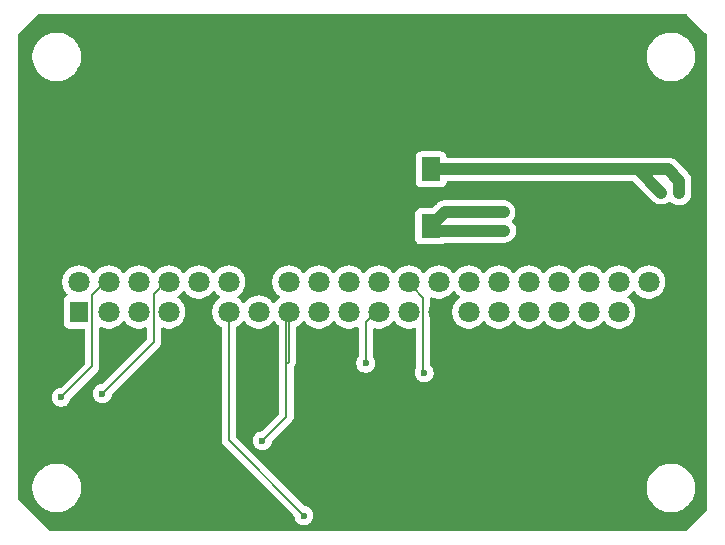
<source format=gbr>
%TF.GenerationSoftware,KiCad,Pcbnew,9.0.2*%
%TF.CreationDate,2025-09-10T19:31:46+05:30*%
%TF.ProjectId,ProDoc_Board1_2025-09-03,50726f44-6f63-45f4-926f-617264315f32,rev?*%
%TF.SameCoordinates,Original*%
%TF.FileFunction,Copper,L2,Bot*%
%TF.FilePolarity,Positive*%
%FSLAX46Y46*%
G04 Gerber Fmt 4.6, Leading zero omitted, Abs format (unit mm)*
G04 Created by KiCad (PCBNEW 9.0.2) date 2025-09-10 19:31:46*
%MOMM*%
%LPD*%
G01*
G04 APERTURE LIST*
%TA.AperFunction,ComponentPad*%
%ADD10R,1.575000X1.800000*%
%TD*%
%TA.AperFunction,ComponentPad*%
%ADD11C,1.800000*%
%TD*%
%TA.AperFunction,SMDPad,CuDef*%
%ADD12R,1.620000X2.046500*%
%TD*%
%TA.AperFunction,ViaPad*%
%ADD13C,0.600000*%
%TD*%
%TA.AperFunction,ViaPad*%
%ADD14C,1.000000*%
%TD*%
%TA.AperFunction,Conductor*%
%ADD15C,1.000000*%
%TD*%
%TA.AperFunction,Conductor*%
%ADD16C,0.200000*%
%TD*%
G04 APERTURE END LIST*
D10*
%TO.P,H1,1,1*%
%TO.N,Net-(CN2-Pad4)*%
X128110000Y-101310000D03*
D11*
%TO.P,H1,2,2*%
%TO.N,Net-(U4-OUT+)*%
X128110000Y-98770000D03*
%TO.P,H1,3,3*%
%TO.N,Net-(CN2-Pad3)*%
X130650000Y-101310000D03*
%TO.P,H1,4,4*%
%TO.N,Net-(J1-Pin_1)*%
X130650000Y-98770000D03*
%TO.P,H1,5,5*%
%TO.N,Net-(CN2-Pad2)*%
X133190000Y-101310000D03*
%TO.P,H1,6,6*%
%TO.N,unconnected-(H1-Pad6)*%
X133190000Y-98770000D03*
%TO.P,H1,7,7*%
%TO.N,unconnected-(H1-Pad7)*%
X135730000Y-101310000D03*
%TO.P,H1,8,8*%
%TO.N,Net-(J1-Pin_2)*%
X135730000Y-98770000D03*
%TO.P,H1,9,9*%
%TO.N,GND*%
X138270000Y-101310000D03*
%TO.P,H1,10,10*%
%TO.N,Net-(J1-Pin_3)*%
X138270000Y-98770000D03*
%TO.P,H1,11,11*%
%TO.N,Net-(CN8-Pad2)*%
X140810000Y-101310000D03*
%TO.P,H1,12,12*%
%TO.N,unconnected-(H1-Pad12)*%
X140810000Y-98770000D03*
%TO.P,H1,13,13*%
%TO.N,unconnected-(H1-Pad13)*%
X143350000Y-101310000D03*
%TO.P,H1,14,14*%
%TO.N,GND*%
X143350000Y-98770000D03*
%TO.P,H1,15,15*%
%TO.N,Net-(U3-DIO0)*%
X145890000Y-101310000D03*
%TO.P,H1,16,16*%
%TO.N,unconnected-(H1-Pad16)*%
X145890000Y-98770000D03*
%TO.P,H1,17,17*%
%TO.N,Net-(U3-3.3V)*%
X148430000Y-101310000D03*
%TO.P,H1,18,18*%
%TO.N,unconnected-(H1-Pad18)*%
X148430000Y-98770000D03*
%TO.P,H1,19,19*%
%TO.N,Net-(U3-MOSI)*%
X150970000Y-101310000D03*
%TO.P,H1,20,20*%
%TO.N,unconnected-(H1-Pad20)*%
X150970000Y-98770000D03*
%TO.P,H1,21,21*%
%TO.N,Net-(U3-MISO)*%
X153510000Y-101310000D03*
%TO.P,H1,22,22*%
%TO.N,unconnected-(H1-Pad22)*%
X153510000Y-98770000D03*
%TO.P,H1,23,23*%
%TO.N,Net-(U3-SCK)*%
X156050000Y-101310000D03*
%TO.P,H1,24,24*%
%TO.N,Net-(U3-NSS)*%
X156050000Y-98770000D03*
%TO.P,H1,25,25*%
%TO.N,GND*%
X158590000Y-101310000D03*
%TO.P,H1,26,26*%
%TO.N,unconnected-(H1-Pad26)*%
X158590000Y-98770000D03*
%TO.P,H1,27,27*%
%TO.N,unconnected-(H1-Pad27)*%
X161130000Y-101310000D03*
%TO.P,H1,28,28*%
%TO.N,unconnected-(H1-Pad28)*%
X161130000Y-98770000D03*
%TO.P,H1,29,29*%
%TO.N,unconnected-(H1-Pad29)*%
X163670000Y-101310000D03*
%TO.P,H1,30,30*%
%TO.N,unconnected-(H1-Pad30)*%
X163670000Y-98770000D03*
%TO.P,H1,31,31*%
%TO.N,Net-(CN7-Pad5)*%
X166210000Y-101310000D03*
%TO.P,H1,32,32*%
%TO.N,unconnected-(H1-Pad32)*%
X166210000Y-98770000D03*
%TO.P,H1,33,33*%
%TO.N,Net-(CN7-Pad4)*%
X168750000Y-101310000D03*
%TO.P,H1,34,34*%
%TO.N,unconnected-(H1-Pad34)*%
X168750000Y-98770000D03*
%TO.P,H1,35,35*%
%TO.N,Net-(CN7-Pad3)*%
X171290000Y-101310000D03*
%TO.P,H1,36,36*%
%TO.N,unconnected-(H1-Pad36)*%
X171290000Y-98770000D03*
%TO.P,H1,37,37*%
%TO.N,Net-(CN7-Pad2)*%
X173830000Y-101310000D03*
%TO.P,H1,38,38*%
%TO.N,unconnected-(H1-Pad38)*%
X173830000Y-98770000D03*
%TO.P,H1,39,39*%
%TO.N,GND*%
X176370000Y-101310000D03*
%TO.P,H1,40,40*%
%TO.N,unconnected-(H1-Pad40)*%
X176370000Y-98770000D03*
%TD*%
D12*
%TO.P,D2,2,A*%
%TO.N,Net-(D2-A)*%
X157929500Y-89246000D03*
%TO.P,D2,1,K*%
%TO.N,Net-(D2-K)*%
X157910500Y-94054000D03*
%TD*%
D13*
%TO.N,Net-(U3-MISO)*%
X152393000Y-105644000D03*
%TO.N,Net-(U3-DIO0)*%
X143660000Y-112208000D03*
%TO.N,Net-(U3-NSS)*%
X157347000Y-106442000D03*
D14*
%TO.N,Net-(D2-K)*%
X164130000Y-94430000D03*
X164080000Y-92870000D03*
D13*
%TO.N,Net-(J1-Pin_2)*%
X130112000Y-108215000D03*
D14*
%TO.N,Net-(D2-A)*%
X178950000Y-91270000D03*
X177440000Y-91200000D03*
D13*
%TO.N,Net-(CN8-Pad2)*%
X147165200Y-118541800D03*
%TO.N,Net-(J1-Pin_1)*%
X126610000Y-108540000D03*
%TO.N,GND*%
X130170000Y-105800000D03*
%TD*%
D15*
%TO.N,Net-(D2-K)*%
X159094000Y-92870000D02*
X157910000Y-94054000D01*
X157910000Y-94054000D02*
X158098000Y-94242000D01*
X164080000Y-92870000D02*
X159094000Y-92870000D01*
D16*
%TO.N,Net-(U3-NSS)*%
X157260000Y-106355000D02*
X157347000Y-106442000D01*
X157260000Y-100110000D02*
X157260000Y-106355000D01*
X156450500Y-99300500D02*
X157260000Y-100110000D01*
%TO.N,Net-(J1-Pin_2)*%
X135600000Y-98770000D02*
X135730000Y-98770000D01*
X134480000Y-99750000D02*
X135530000Y-98700000D01*
X134480000Y-103847000D02*
X134480000Y-99750000D01*
X130112000Y-108215000D02*
X134480000Y-103847000D01*
X135530000Y-98700000D02*
X135600000Y-98770000D01*
%TO.N,Net-(U3-MISO)*%
X152393000Y-105570000D02*
X152393000Y-105644000D01*
X152393000Y-102157000D02*
X152393000Y-105570000D01*
X153310000Y-101240000D02*
X152393000Y-102157000D01*
X153380000Y-101310000D02*
X153310000Y-101240000D01*
X153510000Y-101310000D02*
X153380000Y-101310000D01*
%TO.N,Net-(U3-DIO0)*%
X143650000Y-112198000D02*
X143660000Y-112208000D01*
X145890000Y-105509000D02*
X145890000Y-101310000D01*
X145690000Y-105709000D02*
X145890000Y-105509000D01*
X145690000Y-101240000D02*
X145690000Y-105709000D01*
X145690000Y-110178000D02*
X143660000Y-112208000D01*
X145690000Y-105709000D02*
X145690000Y-110178000D01*
%TO.N,Net-(U3-NSS)*%
X156050000Y-98900000D02*
X156050000Y-98770000D01*
X156450500Y-99300500D02*
X156050000Y-98900000D01*
X155850000Y-98700000D02*
X156450500Y-99300500D01*
D15*
%TO.N,Net-(D2-K)*%
X164130000Y-94430000D02*
X158286000Y-94430000D01*
D16*
X157910500Y-94054500D02*
X157910500Y-94054000D01*
X158098000Y-94242000D02*
X157910500Y-94054500D01*
D15*
X158286000Y-94430000D02*
X158098000Y-94242000D01*
%TO.N,Net-(D2-A)*%
X178016000Y-89246000D02*
X175486000Y-89246000D01*
X178950000Y-90180000D02*
X178016000Y-89246000D01*
X178950000Y-91270000D02*
X178950000Y-90180000D01*
X177440000Y-91200000D02*
X175486000Y-89246000D01*
X175486000Y-89246000D02*
X157930000Y-89246000D01*
D16*
X157929500Y-89246000D02*
X157930000Y-89246000D01*
%TO.N,Net-(CN8-Pad2)*%
X140810000Y-112186600D02*
X147165200Y-118541800D01*
X140810000Y-101310000D02*
X140810000Y-112186600D01*
%TO.N,Net-(J1-Pin_1)*%
X129249000Y-105901000D02*
X126610000Y-108540000D01*
X129249000Y-99901000D02*
X129249000Y-105901000D01*
X130450000Y-98700000D02*
X129249000Y-99901000D01*
X130520000Y-98770000D02*
X130450000Y-98700000D01*
X130650000Y-98770000D02*
X130520000Y-98770000D01*
%TD*%
%TA.AperFunction,Conductor*%
%TO.N,GND*%
G36*
X179605677Y-76109685D02*
G01*
X179626319Y-76126319D01*
X181170000Y-77670000D01*
X181183452Y-77675572D01*
X181237856Y-77719413D01*
X181259921Y-77785707D01*
X181260000Y-77790133D01*
X181260000Y-118098638D01*
X181240315Y-118165677D01*
X181223681Y-118186319D01*
X179606319Y-119803681D01*
X179544996Y-119837166D01*
X179518638Y-119840000D01*
X125661362Y-119840000D01*
X125594323Y-119820315D01*
X125573681Y-119803681D01*
X123036319Y-117266319D01*
X123002834Y-117204996D01*
X123000000Y-117178638D01*
X123000000Y-116065601D01*
X124189498Y-116065601D01*
X124189498Y-116334396D01*
X124224580Y-116600879D01*
X124224581Y-116600884D01*
X124224582Y-116600890D01*
X124224583Y-116600892D01*
X124294150Y-116860523D01*
X124397009Y-117108849D01*
X124397017Y-117108865D01*
X124452122Y-117204308D01*
X124531411Y-117341640D01*
X124531413Y-117341643D01*
X124531414Y-117341644D01*
X124695040Y-117554887D01*
X124695046Y-117554894D01*
X124885102Y-117744950D01*
X124885108Y-117744955D01*
X125098357Y-117908586D01*
X125247966Y-117994963D01*
X125331131Y-118042979D01*
X125331147Y-118042987D01*
X125465502Y-118098638D01*
X125579472Y-118145846D01*
X125839107Y-118215415D01*
X126027317Y-118240192D01*
X126105600Y-118250499D01*
X126105601Y-118250499D01*
X126374396Y-118250499D01*
X126434903Y-118242533D01*
X126640889Y-118215415D01*
X126900524Y-118145846D01*
X127087455Y-118068416D01*
X127148848Y-118042987D01*
X127148851Y-118042985D01*
X127148857Y-118042983D01*
X127381639Y-117908586D01*
X127594888Y-117744955D01*
X127784954Y-117554889D01*
X127948585Y-117341640D01*
X128082982Y-117108858D01*
X128185845Y-116860525D01*
X128255414Y-116600890D01*
X128290498Y-116334396D01*
X128290498Y-116065602D01*
X128255414Y-115799108D01*
X128185845Y-115539473D01*
X128123403Y-115388725D01*
X128082986Y-115291148D01*
X128082978Y-115291132D01*
X128027874Y-115195690D01*
X127948585Y-115058358D01*
X127784954Y-114845109D01*
X127784949Y-114845103D01*
X127594893Y-114655047D01*
X127594886Y-114655041D01*
X127381643Y-114491415D01*
X127381642Y-114491414D01*
X127381639Y-114491412D01*
X127288830Y-114437829D01*
X127148864Y-114357018D01*
X127148848Y-114357010D01*
X126900522Y-114254151D01*
X126770706Y-114219367D01*
X126640889Y-114184583D01*
X126640883Y-114184582D01*
X126640878Y-114184581D01*
X126374396Y-114149499D01*
X126374395Y-114149499D01*
X126105601Y-114149499D01*
X126105600Y-114149499D01*
X125839117Y-114184581D01*
X125839110Y-114184582D01*
X125839107Y-114184583D01*
X125784237Y-114199285D01*
X125579473Y-114254151D01*
X125331147Y-114357010D01*
X125331131Y-114357018D01*
X125098352Y-114491415D01*
X124885109Y-114655041D01*
X124885102Y-114655047D01*
X124695046Y-114845103D01*
X124695040Y-114845110D01*
X124531414Y-115058353D01*
X124397017Y-115291132D01*
X124397009Y-115291148D01*
X124294150Y-115539474D01*
X124224583Y-115799105D01*
X124224580Y-115799118D01*
X124189498Y-116065601D01*
X123000000Y-116065601D01*
X123000000Y-108461153D01*
X125809500Y-108461153D01*
X125809500Y-108618846D01*
X125840261Y-108773489D01*
X125840264Y-108773501D01*
X125900602Y-108919172D01*
X125900609Y-108919185D01*
X125988210Y-109050288D01*
X125988213Y-109050292D01*
X126099707Y-109161786D01*
X126099711Y-109161789D01*
X126230814Y-109249390D01*
X126230827Y-109249397D01*
X126376498Y-109309735D01*
X126376503Y-109309737D01*
X126531153Y-109340499D01*
X126531156Y-109340500D01*
X126531158Y-109340500D01*
X126688844Y-109340500D01*
X126688845Y-109340499D01*
X126843497Y-109309737D01*
X126989179Y-109249394D01*
X127120289Y-109161789D01*
X127231789Y-109050289D01*
X127319394Y-108919179D01*
X127379737Y-108773497D01*
X127399113Y-108676085D01*
X127410638Y-108618150D01*
X127443023Y-108556239D01*
X127444517Y-108554717D01*
X129729520Y-106269716D01*
X129808577Y-106132784D01*
X129849501Y-105980057D01*
X129849501Y-105821942D01*
X129849501Y-105814347D01*
X129849500Y-105814329D01*
X129849500Y-102676293D01*
X129869185Y-102609254D01*
X129921989Y-102563499D01*
X129991147Y-102553555D01*
X130029796Y-102565809D01*
X130112389Y-102607893D01*
X130112396Y-102607896D01*
X130202818Y-102637275D01*
X130322049Y-102676015D01*
X130539778Y-102710500D01*
X130539779Y-102710500D01*
X130760221Y-102710500D01*
X130760222Y-102710500D01*
X130977951Y-102676015D01*
X131187606Y-102607895D01*
X131384022Y-102507815D01*
X131562365Y-102378242D01*
X131718242Y-102222365D01*
X131728804Y-102207826D01*
X131819682Y-102082745D01*
X131875011Y-102040079D01*
X131944625Y-102034100D01*
X132006420Y-102066705D01*
X132020318Y-102082745D01*
X132121752Y-102222358D01*
X132121756Y-102222363D01*
X132277636Y-102378243D01*
X132277641Y-102378247D01*
X132414538Y-102477707D01*
X132455978Y-102507815D01*
X132584375Y-102573237D01*
X132652393Y-102607895D01*
X132652396Y-102607896D01*
X132742818Y-102637275D01*
X132862049Y-102676015D01*
X133079778Y-102710500D01*
X133079779Y-102710500D01*
X133300221Y-102710500D01*
X133300222Y-102710500D01*
X133517951Y-102676015D01*
X133717182Y-102611282D01*
X133787023Y-102609287D01*
X133846856Y-102645368D01*
X133877684Y-102708069D01*
X133879500Y-102729213D01*
X133879500Y-103546903D01*
X133859815Y-103613942D01*
X133843181Y-103634584D01*
X130097339Y-107380425D01*
X130036016Y-107413910D01*
X130033850Y-107414361D01*
X129878508Y-107445261D01*
X129878498Y-107445264D01*
X129732827Y-107505602D01*
X129732814Y-107505609D01*
X129601711Y-107593210D01*
X129601707Y-107593213D01*
X129490213Y-107704707D01*
X129490210Y-107704711D01*
X129402609Y-107835814D01*
X129402602Y-107835827D01*
X129342264Y-107981498D01*
X129342261Y-107981510D01*
X129311500Y-108136153D01*
X129311500Y-108293846D01*
X129342261Y-108448489D01*
X129342264Y-108448501D01*
X129402602Y-108594172D01*
X129402609Y-108594185D01*
X129490210Y-108725288D01*
X129490213Y-108725292D01*
X129601707Y-108836786D01*
X129601711Y-108836789D01*
X129732814Y-108924390D01*
X129732827Y-108924397D01*
X129878498Y-108984735D01*
X129878503Y-108984737D01*
X130033153Y-109015499D01*
X130033156Y-109015500D01*
X130033158Y-109015500D01*
X130190844Y-109015500D01*
X130190845Y-109015499D01*
X130345497Y-108984737D01*
X130491179Y-108924394D01*
X130622289Y-108836789D01*
X130733789Y-108725289D01*
X130821394Y-108594179D01*
X130881737Y-108448497D01*
X130909983Y-108306498D01*
X130912638Y-108293150D01*
X130945023Y-108231239D01*
X130946519Y-108229715D01*
X134848713Y-104327521D01*
X134848716Y-104327520D01*
X134960520Y-104215716D01*
X135010639Y-104128904D01*
X135039577Y-104078785D01*
X135080501Y-103926057D01*
X135080501Y-103767943D01*
X135080501Y-103760348D01*
X135080500Y-103760330D01*
X135080500Y-102742209D01*
X135100185Y-102675170D01*
X135152989Y-102629415D01*
X135222147Y-102619471D01*
X135242812Y-102624276D01*
X135402049Y-102676015D01*
X135619778Y-102710500D01*
X135619779Y-102710500D01*
X135840221Y-102710500D01*
X135840222Y-102710500D01*
X136057951Y-102676015D01*
X136267606Y-102607895D01*
X136464022Y-102507815D01*
X136642365Y-102378242D01*
X136798242Y-102222365D01*
X136927815Y-102044022D01*
X137027895Y-101847606D01*
X137096015Y-101637951D01*
X137130500Y-101420222D01*
X137130500Y-101199778D01*
X137096015Y-100982049D01*
X137027895Y-100772394D01*
X137027895Y-100772393D01*
X136993237Y-100704375D01*
X136927815Y-100575978D01*
X136899681Y-100537254D01*
X136798247Y-100397641D01*
X136798243Y-100397636D01*
X136642363Y-100241756D01*
X136642358Y-100241752D01*
X136502745Y-100140318D01*
X136460079Y-100084989D01*
X136454100Y-100015375D01*
X136486705Y-99953580D01*
X136502745Y-99939682D01*
X136642358Y-99838247D01*
X136642356Y-99838247D01*
X136642365Y-99838242D01*
X136798242Y-99682365D01*
X136808804Y-99667826D01*
X136899682Y-99542745D01*
X136955011Y-99500079D01*
X137024625Y-99494100D01*
X137086420Y-99526705D01*
X137100318Y-99542745D01*
X137201752Y-99682358D01*
X137201756Y-99682363D01*
X137357636Y-99838243D01*
X137357641Y-99838247D01*
X137455715Y-99909501D01*
X137535978Y-99967815D01*
X137629319Y-100015375D01*
X137732393Y-100067895D01*
X137732396Y-100067896D01*
X137798885Y-100089499D01*
X137942049Y-100136015D01*
X138159778Y-100170500D01*
X138159779Y-100170500D01*
X138380221Y-100170500D01*
X138380222Y-100170500D01*
X138597951Y-100136015D01*
X138807606Y-100067895D01*
X139004022Y-99967815D01*
X139182365Y-99838242D01*
X139338242Y-99682365D01*
X139348804Y-99667826D01*
X139439682Y-99542745D01*
X139495011Y-99500079D01*
X139564625Y-99494100D01*
X139626420Y-99526705D01*
X139640318Y-99542745D01*
X139741752Y-99682358D01*
X139741756Y-99682363D01*
X139897636Y-99838243D01*
X139897641Y-99838247D01*
X140037254Y-99939682D01*
X140079920Y-99995012D01*
X140085899Y-100064625D01*
X140053293Y-100126420D01*
X140037254Y-100140318D01*
X139897641Y-100241752D01*
X139897636Y-100241756D01*
X139741756Y-100397636D01*
X139741752Y-100397641D01*
X139612187Y-100575974D01*
X139512104Y-100772393D01*
X139512103Y-100772396D01*
X139443985Y-100982047D01*
X139409500Y-101199778D01*
X139409500Y-101420221D01*
X139443985Y-101637952D01*
X139512103Y-101847603D01*
X139512104Y-101847606D01*
X139580122Y-101981096D01*
X139607129Y-102034100D01*
X139612187Y-102044025D01*
X139741752Y-102222358D01*
X139741756Y-102222363D01*
X139897636Y-102378243D01*
X139897641Y-102378247D01*
X140075976Y-102507814D01*
X140141794Y-102541350D01*
X140192591Y-102589324D01*
X140209500Y-102651835D01*
X140209500Y-112099930D01*
X140209499Y-112099948D01*
X140209499Y-112265654D01*
X140209498Y-112265654D01*
X140215177Y-112286846D01*
X140250423Y-112418385D01*
X140250424Y-112418386D01*
X140263766Y-112441497D01*
X140263767Y-112441498D01*
X140329475Y-112555309D01*
X140329481Y-112555317D01*
X140448349Y-112674185D01*
X140448355Y-112674190D01*
X146330625Y-118556460D01*
X146364110Y-118617783D01*
X146364561Y-118619949D01*
X146395461Y-118775291D01*
X146395464Y-118775301D01*
X146455802Y-118920972D01*
X146455809Y-118920985D01*
X146543410Y-119052088D01*
X146543413Y-119052092D01*
X146654907Y-119163586D01*
X146654911Y-119163589D01*
X146786014Y-119251190D01*
X146786027Y-119251197D01*
X146847738Y-119276758D01*
X146931703Y-119311537D01*
X147086353Y-119342299D01*
X147086356Y-119342300D01*
X147086358Y-119342300D01*
X147244044Y-119342300D01*
X147244045Y-119342299D01*
X147398697Y-119311537D01*
X147544379Y-119251194D01*
X147675489Y-119163589D01*
X147786989Y-119052089D01*
X147874594Y-118920979D01*
X147934937Y-118775297D01*
X147965700Y-118620642D01*
X147965700Y-118462958D01*
X147965700Y-118462955D01*
X147965699Y-118462953D01*
X147934938Y-118308310D01*
X147934937Y-118308303D01*
X147910994Y-118250499D01*
X147874597Y-118162627D01*
X147874590Y-118162614D01*
X147786989Y-118031511D01*
X147786986Y-118031507D01*
X147675492Y-117920013D01*
X147675488Y-117920010D01*
X147544385Y-117832409D01*
X147544372Y-117832402D01*
X147398701Y-117772064D01*
X147398691Y-117772061D01*
X147243349Y-117741161D01*
X147181438Y-117708776D01*
X147179860Y-117707225D01*
X145538236Y-116065601D01*
X176189504Y-116065601D01*
X176189504Y-116334396D01*
X176224586Y-116600879D01*
X176224587Y-116600884D01*
X176224588Y-116600890D01*
X176224589Y-116600892D01*
X176294156Y-116860523D01*
X176397015Y-117108849D01*
X176397023Y-117108865D01*
X176452128Y-117204308D01*
X176531417Y-117341640D01*
X176531419Y-117341643D01*
X176531420Y-117341644D01*
X176695046Y-117554887D01*
X176695052Y-117554894D01*
X176885108Y-117744950D01*
X176885114Y-117744955D01*
X177098363Y-117908586D01*
X177247972Y-117994963D01*
X177331137Y-118042979D01*
X177331153Y-118042987D01*
X177465508Y-118098638D01*
X177579478Y-118145846D01*
X177839113Y-118215415D01*
X178027323Y-118240192D01*
X178105606Y-118250499D01*
X178105607Y-118250499D01*
X178374402Y-118250499D01*
X178434909Y-118242533D01*
X178640895Y-118215415D01*
X178900530Y-118145846D01*
X179087461Y-118068416D01*
X179148854Y-118042987D01*
X179148857Y-118042985D01*
X179148863Y-118042983D01*
X179381645Y-117908586D01*
X179594894Y-117744955D01*
X179784960Y-117554889D01*
X179948591Y-117341640D01*
X180082988Y-117108858D01*
X180185851Y-116860525D01*
X180255420Y-116600890D01*
X180290504Y-116334396D01*
X180290504Y-116065602D01*
X180255420Y-115799108D01*
X180185851Y-115539473D01*
X180123409Y-115388725D01*
X180082992Y-115291148D01*
X180082984Y-115291132D01*
X180027880Y-115195690D01*
X179948591Y-115058358D01*
X179784960Y-114845109D01*
X179784955Y-114845103D01*
X179594899Y-114655047D01*
X179594892Y-114655041D01*
X179381649Y-114491415D01*
X179381648Y-114491414D01*
X179381645Y-114491412D01*
X179288836Y-114437829D01*
X179148870Y-114357018D01*
X179148854Y-114357010D01*
X178900528Y-114254151D01*
X178770712Y-114219367D01*
X178640895Y-114184583D01*
X178640889Y-114184582D01*
X178640884Y-114184581D01*
X178374402Y-114149499D01*
X178374401Y-114149499D01*
X178105607Y-114149499D01*
X178105606Y-114149499D01*
X177839123Y-114184581D01*
X177839116Y-114184582D01*
X177839113Y-114184583D01*
X177784243Y-114199285D01*
X177579479Y-114254151D01*
X177331153Y-114357010D01*
X177331137Y-114357018D01*
X177098358Y-114491415D01*
X176885115Y-114655041D01*
X176885108Y-114655047D01*
X176695052Y-114845103D01*
X176695046Y-114845110D01*
X176531420Y-115058353D01*
X176397023Y-115291132D01*
X176397015Y-115291148D01*
X176294156Y-115539474D01*
X176224589Y-115799105D01*
X176224586Y-115799118D01*
X176189504Y-116065601D01*
X145538236Y-116065601D01*
X141446819Y-111974184D01*
X141413334Y-111912861D01*
X141410500Y-111886503D01*
X141410500Y-102651835D01*
X141430185Y-102584796D01*
X141478206Y-102541350D01*
X141514814Y-102522697D01*
X141544022Y-102507815D01*
X141722365Y-102378242D01*
X141878242Y-102222365D01*
X141888804Y-102207826D01*
X141979682Y-102082745D01*
X142035011Y-102040079D01*
X142104625Y-102034100D01*
X142166420Y-102066705D01*
X142180318Y-102082745D01*
X142281752Y-102222358D01*
X142281756Y-102222363D01*
X142437636Y-102378243D01*
X142437641Y-102378247D01*
X142574538Y-102477707D01*
X142615978Y-102507815D01*
X142744375Y-102573237D01*
X142812393Y-102607895D01*
X142812396Y-102607896D01*
X142902818Y-102637275D01*
X143022049Y-102676015D01*
X143239778Y-102710500D01*
X143239779Y-102710500D01*
X143460221Y-102710500D01*
X143460222Y-102710500D01*
X143677951Y-102676015D01*
X143887606Y-102607895D01*
X144084022Y-102507815D01*
X144262365Y-102378242D01*
X144418242Y-102222365D01*
X144428804Y-102207826D01*
X144519682Y-102082745D01*
X144575011Y-102040079D01*
X144644625Y-102034100D01*
X144706420Y-102066705D01*
X144720318Y-102082745D01*
X144821752Y-102222358D01*
X144821756Y-102222363D01*
X144977638Y-102378245D01*
X145038384Y-102422378D01*
X145081050Y-102477707D01*
X145089500Y-102522697D01*
X145089500Y-105629939D01*
X145089499Y-105629943D01*
X145089499Y-105788057D01*
X145089500Y-105788060D01*
X145089500Y-109877902D01*
X145069815Y-109944941D01*
X145053181Y-109965583D01*
X143645339Y-111373425D01*
X143584016Y-111406910D01*
X143581850Y-111407361D01*
X143426508Y-111438261D01*
X143426498Y-111438264D01*
X143280827Y-111498602D01*
X143280814Y-111498609D01*
X143149711Y-111586210D01*
X143149707Y-111586213D01*
X143038213Y-111697707D01*
X143038210Y-111697711D01*
X142950609Y-111828814D01*
X142950602Y-111828827D01*
X142890264Y-111974498D01*
X142890261Y-111974510D01*
X142859500Y-112129153D01*
X142859500Y-112286846D01*
X142890261Y-112441489D01*
X142890264Y-112441500D01*
X142950602Y-112587172D01*
X142950609Y-112587185D01*
X143038210Y-112718288D01*
X143038213Y-112718292D01*
X143149707Y-112829786D01*
X143149711Y-112829789D01*
X143280814Y-112917390D01*
X143280827Y-112917397D01*
X143426498Y-112977735D01*
X143426503Y-112977737D01*
X143581153Y-113008499D01*
X143581156Y-113008500D01*
X143581158Y-113008500D01*
X143738844Y-113008500D01*
X143738845Y-113008499D01*
X143893497Y-112977737D01*
X144039179Y-112917394D01*
X144170289Y-112829789D01*
X144281789Y-112718289D01*
X144369394Y-112587179D01*
X144429737Y-112441497D01*
X144449113Y-112344085D01*
X144460638Y-112286150D01*
X144493023Y-112224239D01*
X144494517Y-112222717D01*
X146170520Y-110546716D01*
X146249577Y-110409784D01*
X146290501Y-110257057D01*
X146290501Y-110098942D01*
X146290501Y-110091347D01*
X146290500Y-110091329D01*
X146290500Y-106009098D01*
X146310185Y-105942059D01*
X146326820Y-105921416D01*
X146370517Y-105877719D01*
X146370517Y-105877718D01*
X146370520Y-105877716D01*
X146370647Y-105877497D01*
X146422284Y-105788057D01*
X146449577Y-105740784D01*
X146490501Y-105588057D01*
X146490501Y-105429942D01*
X146490501Y-105422347D01*
X146490500Y-105422329D01*
X146490500Y-102651835D01*
X146510185Y-102584796D01*
X146558206Y-102541350D01*
X146594814Y-102522697D01*
X146624022Y-102507815D01*
X146802365Y-102378242D01*
X146958242Y-102222365D01*
X146968804Y-102207826D01*
X147059682Y-102082745D01*
X147115011Y-102040079D01*
X147184625Y-102034100D01*
X147246420Y-102066705D01*
X147260318Y-102082745D01*
X147361752Y-102222358D01*
X147361756Y-102222363D01*
X147517636Y-102378243D01*
X147517641Y-102378247D01*
X147654538Y-102477707D01*
X147695978Y-102507815D01*
X147824375Y-102573237D01*
X147892393Y-102607895D01*
X147892396Y-102607896D01*
X147982818Y-102637275D01*
X148102049Y-102676015D01*
X148319778Y-102710500D01*
X148319779Y-102710500D01*
X148540221Y-102710500D01*
X148540222Y-102710500D01*
X148757951Y-102676015D01*
X148967606Y-102607895D01*
X149164022Y-102507815D01*
X149342365Y-102378242D01*
X149498242Y-102222365D01*
X149508804Y-102207826D01*
X149599682Y-102082745D01*
X149655011Y-102040079D01*
X149724625Y-102034100D01*
X149786420Y-102066705D01*
X149800318Y-102082745D01*
X149901752Y-102222358D01*
X149901756Y-102222363D01*
X150057636Y-102378243D01*
X150057641Y-102378247D01*
X150194538Y-102477707D01*
X150235978Y-102507815D01*
X150364375Y-102573237D01*
X150432393Y-102607895D01*
X150432396Y-102607896D01*
X150522818Y-102637275D01*
X150642049Y-102676015D01*
X150859778Y-102710500D01*
X150859779Y-102710500D01*
X151080221Y-102710500D01*
X151080222Y-102710500D01*
X151297951Y-102676015D01*
X151507606Y-102607895D01*
X151612204Y-102554598D01*
X151680873Y-102541702D01*
X151745614Y-102567978D01*
X151785871Y-102625084D01*
X151792500Y-102665083D01*
X151792500Y-105064234D01*
X151772815Y-105131273D01*
X151771602Y-105133125D01*
X151683609Y-105264814D01*
X151683602Y-105264827D01*
X151623264Y-105410498D01*
X151623261Y-105410510D01*
X151592500Y-105565153D01*
X151592500Y-105722846D01*
X151623261Y-105877489D01*
X151623264Y-105877501D01*
X151683602Y-106023172D01*
X151683609Y-106023185D01*
X151771210Y-106154288D01*
X151771213Y-106154292D01*
X151882707Y-106265786D01*
X151882711Y-106265789D01*
X152013814Y-106353390D01*
X152013827Y-106353397D01*
X152159498Y-106413735D01*
X152159503Y-106413737D01*
X152314153Y-106444499D01*
X152314156Y-106444500D01*
X152314158Y-106444500D01*
X152471844Y-106444500D01*
X152471845Y-106444499D01*
X152626497Y-106413737D01*
X152739166Y-106367067D01*
X152772172Y-106353397D01*
X152772172Y-106353396D01*
X152772179Y-106353394D01*
X152903289Y-106265789D01*
X153014789Y-106154289D01*
X153102394Y-106023179D01*
X153108227Y-106009098D01*
X153120256Y-105980055D01*
X153162737Y-105877497D01*
X153193500Y-105722842D01*
X153193500Y-105565158D01*
X153193500Y-105565155D01*
X153193499Y-105565153D01*
X153162737Y-105410503D01*
X153162735Y-105410498D01*
X153102397Y-105264827D01*
X153102390Y-105264814D01*
X153014398Y-105133125D01*
X152993520Y-105066447D01*
X152993500Y-105064234D01*
X152993500Y-102785423D01*
X153013185Y-102718384D01*
X153065989Y-102672629D01*
X153135147Y-102662685D01*
X153155814Y-102667491D01*
X153182049Y-102676015D01*
X153399778Y-102710500D01*
X153399779Y-102710500D01*
X153620221Y-102710500D01*
X153620222Y-102710500D01*
X153837951Y-102676015D01*
X154047606Y-102607895D01*
X154244022Y-102507815D01*
X154422365Y-102378242D01*
X154578242Y-102222365D01*
X154588804Y-102207826D01*
X154679682Y-102082745D01*
X154735011Y-102040079D01*
X154804625Y-102034100D01*
X154866420Y-102066705D01*
X154880318Y-102082745D01*
X154981752Y-102222358D01*
X154981756Y-102222363D01*
X155137636Y-102378243D01*
X155137641Y-102378247D01*
X155274538Y-102477707D01*
X155315978Y-102507815D01*
X155444375Y-102573237D01*
X155512393Y-102607895D01*
X155512396Y-102607896D01*
X155602818Y-102637275D01*
X155722049Y-102676015D01*
X155939778Y-102710500D01*
X155939779Y-102710500D01*
X156160221Y-102710500D01*
X156160222Y-102710500D01*
X156377951Y-102676015D01*
X156497182Y-102637274D01*
X156567023Y-102635280D01*
X156626856Y-102671360D01*
X156657684Y-102734061D01*
X156659500Y-102755206D01*
X156659500Y-105992439D01*
X156640420Y-106057415D01*
X156640479Y-106057447D01*
X156640328Y-106057727D01*
X156639815Y-106059478D01*
X156638604Y-106061327D01*
X156637610Y-106062814D01*
X156637602Y-106062828D01*
X156577264Y-106208498D01*
X156577261Y-106208510D01*
X156546500Y-106363153D01*
X156546500Y-106520846D01*
X156577261Y-106675489D01*
X156577264Y-106675501D01*
X156637602Y-106821172D01*
X156637609Y-106821185D01*
X156725210Y-106952288D01*
X156725213Y-106952292D01*
X156836707Y-107063786D01*
X156836711Y-107063789D01*
X156967814Y-107151390D01*
X156967827Y-107151397D01*
X157113498Y-107211735D01*
X157113503Y-107211737D01*
X157268153Y-107242499D01*
X157268156Y-107242500D01*
X157268158Y-107242500D01*
X157425844Y-107242500D01*
X157425845Y-107242499D01*
X157580497Y-107211737D01*
X157726179Y-107151394D01*
X157857289Y-107063789D01*
X157968789Y-106952289D01*
X158056394Y-106821179D01*
X158116737Y-106675497D01*
X158147500Y-106520842D01*
X158147500Y-106363158D01*
X158147500Y-106363155D01*
X158147499Y-106363153D01*
X158128913Y-106269716D01*
X158116737Y-106208503D01*
X158085374Y-106132785D01*
X158056397Y-106062827D01*
X158056390Y-106062814D01*
X157968789Y-105931711D01*
X157968786Y-105931707D01*
X157896819Y-105859740D01*
X157863334Y-105798417D01*
X157860500Y-105772059D01*
X157860500Y-100199054D01*
X157860500Y-100189058D01*
X157860501Y-100189057D01*
X157860501Y-100172465D01*
X157877075Y-100116026D01*
X157880186Y-100105431D01*
X157880187Y-100105430D01*
X157880188Y-100105427D01*
X157914050Y-100076088D01*
X157932990Y-100059676D01*
X157932994Y-100059674D01*
X157964338Y-100055168D01*
X158002148Y-100049732D01*
X158002151Y-100049733D01*
X158002153Y-100049733D01*
X158002157Y-100049734D01*
X158040797Y-100061986D01*
X158052394Y-100067895D01*
X158052396Y-100067895D01*
X158052396Y-100067896D01*
X158118885Y-100089499D01*
X158262049Y-100136015D01*
X158479778Y-100170500D01*
X158479779Y-100170500D01*
X158700221Y-100170500D01*
X158700222Y-100170500D01*
X158917951Y-100136015D01*
X159127606Y-100067895D01*
X159324022Y-99967815D01*
X159502365Y-99838242D01*
X159658242Y-99682365D01*
X159668804Y-99667826D01*
X159759682Y-99542745D01*
X159815011Y-99500079D01*
X159884625Y-99494100D01*
X159946420Y-99526705D01*
X159960318Y-99542745D01*
X160061752Y-99682358D01*
X160061756Y-99682363D01*
X160217636Y-99838243D01*
X160217641Y-99838247D01*
X160357254Y-99939682D01*
X160399920Y-99995012D01*
X160405899Y-100064625D01*
X160373293Y-100126420D01*
X160357254Y-100140318D01*
X160217641Y-100241752D01*
X160217636Y-100241756D01*
X160061756Y-100397636D01*
X160061752Y-100397641D01*
X159932187Y-100575974D01*
X159832104Y-100772393D01*
X159832103Y-100772396D01*
X159763985Y-100982047D01*
X159729500Y-101199778D01*
X159729500Y-101420221D01*
X159763985Y-101637952D01*
X159832103Y-101847603D01*
X159832104Y-101847606D01*
X159900122Y-101981096D01*
X159927129Y-102034100D01*
X159932187Y-102044025D01*
X160061752Y-102222358D01*
X160061756Y-102222363D01*
X160217636Y-102378243D01*
X160217641Y-102378247D01*
X160354538Y-102477707D01*
X160395978Y-102507815D01*
X160524375Y-102573237D01*
X160592393Y-102607895D01*
X160592396Y-102607896D01*
X160682818Y-102637275D01*
X160802049Y-102676015D01*
X161019778Y-102710500D01*
X161019779Y-102710500D01*
X161240221Y-102710500D01*
X161240222Y-102710500D01*
X161457951Y-102676015D01*
X161667606Y-102607895D01*
X161864022Y-102507815D01*
X162042365Y-102378242D01*
X162198242Y-102222365D01*
X162208804Y-102207826D01*
X162299682Y-102082745D01*
X162355011Y-102040079D01*
X162424625Y-102034100D01*
X162486420Y-102066705D01*
X162500318Y-102082745D01*
X162601752Y-102222358D01*
X162601756Y-102222363D01*
X162757636Y-102378243D01*
X162757641Y-102378247D01*
X162894538Y-102477707D01*
X162935978Y-102507815D01*
X163064375Y-102573237D01*
X163132393Y-102607895D01*
X163132396Y-102607896D01*
X163222818Y-102637275D01*
X163342049Y-102676015D01*
X163559778Y-102710500D01*
X163559779Y-102710500D01*
X163780221Y-102710500D01*
X163780222Y-102710500D01*
X163997951Y-102676015D01*
X164207606Y-102607895D01*
X164404022Y-102507815D01*
X164582365Y-102378242D01*
X164738242Y-102222365D01*
X164748804Y-102207826D01*
X164839682Y-102082745D01*
X164895011Y-102040079D01*
X164964625Y-102034100D01*
X165026420Y-102066705D01*
X165040318Y-102082745D01*
X165141752Y-102222358D01*
X165141756Y-102222363D01*
X165297636Y-102378243D01*
X165297641Y-102378247D01*
X165434538Y-102477707D01*
X165475978Y-102507815D01*
X165604375Y-102573237D01*
X165672393Y-102607895D01*
X165672396Y-102607896D01*
X165762818Y-102637275D01*
X165882049Y-102676015D01*
X166099778Y-102710500D01*
X166099779Y-102710500D01*
X166320221Y-102710500D01*
X166320222Y-102710500D01*
X166537951Y-102676015D01*
X166747606Y-102607895D01*
X166944022Y-102507815D01*
X167122365Y-102378242D01*
X167278242Y-102222365D01*
X167288804Y-102207826D01*
X167379682Y-102082745D01*
X167435011Y-102040079D01*
X167504625Y-102034100D01*
X167566420Y-102066705D01*
X167580318Y-102082745D01*
X167681752Y-102222358D01*
X167681756Y-102222363D01*
X167837636Y-102378243D01*
X167837641Y-102378247D01*
X167974538Y-102477707D01*
X168015978Y-102507815D01*
X168144375Y-102573237D01*
X168212393Y-102607895D01*
X168212396Y-102607896D01*
X168302818Y-102637275D01*
X168422049Y-102676015D01*
X168639778Y-102710500D01*
X168639779Y-102710500D01*
X168860221Y-102710500D01*
X168860222Y-102710500D01*
X169077951Y-102676015D01*
X169287606Y-102607895D01*
X169484022Y-102507815D01*
X169662365Y-102378242D01*
X169818242Y-102222365D01*
X169828804Y-102207826D01*
X169919682Y-102082745D01*
X169975011Y-102040079D01*
X170044625Y-102034100D01*
X170106420Y-102066705D01*
X170120318Y-102082745D01*
X170221752Y-102222358D01*
X170221756Y-102222363D01*
X170377636Y-102378243D01*
X170377641Y-102378247D01*
X170514538Y-102477707D01*
X170555978Y-102507815D01*
X170684375Y-102573237D01*
X170752393Y-102607895D01*
X170752396Y-102607896D01*
X170842818Y-102637275D01*
X170962049Y-102676015D01*
X171179778Y-102710500D01*
X171179779Y-102710500D01*
X171400221Y-102710500D01*
X171400222Y-102710500D01*
X171617951Y-102676015D01*
X171827606Y-102607895D01*
X172024022Y-102507815D01*
X172202365Y-102378242D01*
X172358242Y-102222365D01*
X172368804Y-102207826D01*
X172459682Y-102082745D01*
X172515011Y-102040079D01*
X172584625Y-102034100D01*
X172646420Y-102066705D01*
X172660318Y-102082745D01*
X172761752Y-102222358D01*
X172761756Y-102222363D01*
X172917636Y-102378243D01*
X172917641Y-102378247D01*
X173054538Y-102477707D01*
X173095978Y-102507815D01*
X173224375Y-102573237D01*
X173292393Y-102607895D01*
X173292396Y-102607896D01*
X173382818Y-102637275D01*
X173502049Y-102676015D01*
X173719778Y-102710500D01*
X173719779Y-102710500D01*
X173940221Y-102710500D01*
X173940222Y-102710500D01*
X174157951Y-102676015D01*
X174367606Y-102607895D01*
X174564022Y-102507815D01*
X174742365Y-102378242D01*
X174898242Y-102222365D01*
X175027815Y-102044022D01*
X175127895Y-101847606D01*
X175196015Y-101637951D01*
X175230500Y-101420222D01*
X175230500Y-101199778D01*
X175196015Y-100982049D01*
X175127895Y-100772394D01*
X175127895Y-100772393D01*
X175093237Y-100704375D01*
X175027815Y-100575978D01*
X174999681Y-100537254D01*
X174898247Y-100397641D01*
X174898243Y-100397636D01*
X174742363Y-100241756D01*
X174742358Y-100241752D01*
X174602745Y-100140318D01*
X174560079Y-100084989D01*
X174554100Y-100015375D01*
X174586705Y-99953580D01*
X174602745Y-99939682D01*
X174742358Y-99838247D01*
X174742356Y-99838247D01*
X174742365Y-99838242D01*
X174898242Y-99682365D01*
X174908804Y-99667826D01*
X174999682Y-99542745D01*
X175055011Y-99500079D01*
X175124625Y-99494100D01*
X175186420Y-99526705D01*
X175200318Y-99542745D01*
X175301752Y-99682358D01*
X175301756Y-99682363D01*
X175457636Y-99838243D01*
X175457641Y-99838247D01*
X175555715Y-99909501D01*
X175635978Y-99967815D01*
X175729319Y-100015375D01*
X175832393Y-100067895D01*
X175832396Y-100067896D01*
X175898885Y-100089499D01*
X176042049Y-100136015D01*
X176259778Y-100170500D01*
X176259779Y-100170500D01*
X176480221Y-100170500D01*
X176480222Y-100170500D01*
X176697951Y-100136015D01*
X176907606Y-100067895D01*
X177104022Y-99967815D01*
X177282365Y-99838242D01*
X177438242Y-99682365D01*
X177567815Y-99504022D01*
X177667895Y-99307606D01*
X177736015Y-99097951D01*
X177770500Y-98880222D01*
X177770500Y-98659778D01*
X177736015Y-98442049D01*
X177667895Y-98232394D01*
X177667895Y-98232393D01*
X177633237Y-98164375D01*
X177567815Y-98035978D01*
X177539681Y-97997254D01*
X177438247Y-97857641D01*
X177438243Y-97857636D01*
X177282363Y-97701756D01*
X177282358Y-97701752D01*
X177104025Y-97572187D01*
X177104024Y-97572186D01*
X177104022Y-97572185D01*
X177041096Y-97540122D01*
X176907606Y-97472104D01*
X176907603Y-97472103D01*
X176697952Y-97403985D01*
X176589086Y-97386742D01*
X176480222Y-97369500D01*
X176259778Y-97369500D01*
X176187201Y-97380995D01*
X176042047Y-97403985D01*
X175832396Y-97472103D01*
X175832393Y-97472104D01*
X175635974Y-97572187D01*
X175457641Y-97701752D01*
X175457636Y-97701756D01*
X175301756Y-97857636D01*
X175301752Y-97857641D01*
X175200318Y-97997254D01*
X175144988Y-98039920D01*
X175075375Y-98045899D01*
X175013580Y-98013293D01*
X174999682Y-97997254D01*
X174898247Y-97857641D01*
X174898243Y-97857636D01*
X174742363Y-97701756D01*
X174742358Y-97701752D01*
X174564025Y-97572187D01*
X174564024Y-97572186D01*
X174564022Y-97572185D01*
X174501096Y-97540122D01*
X174367606Y-97472104D01*
X174367603Y-97472103D01*
X174157952Y-97403985D01*
X174049086Y-97386742D01*
X173940222Y-97369500D01*
X173719778Y-97369500D01*
X173647201Y-97380995D01*
X173502047Y-97403985D01*
X173292396Y-97472103D01*
X173292393Y-97472104D01*
X173095974Y-97572187D01*
X172917641Y-97701752D01*
X172917636Y-97701756D01*
X172761756Y-97857636D01*
X172761752Y-97857641D01*
X172660318Y-97997254D01*
X172604988Y-98039920D01*
X172535375Y-98045899D01*
X172473580Y-98013293D01*
X172459682Y-97997254D01*
X172358247Y-97857641D01*
X172358243Y-97857636D01*
X172202363Y-97701756D01*
X172202358Y-97701752D01*
X172024025Y-97572187D01*
X172024024Y-97572186D01*
X172024022Y-97572185D01*
X171961096Y-97540122D01*
X171827606Y-97472104D01*
X171827603Y-97472103D01*
X171617952Y-97403985D01*
X171509086Y-97386742D01*
X171400222Y-97369500D01*
X171179778Y-97369500D01*
X171107201Y-97380995D01*
X170962047Y-97403985D01*
X170752396Y-97472103D01*
X170752393Y-97472104D01*
X170555974Y-97572187D01*
X170377641Y-97701752D01*
X170377636Y-97701756D01*
X170221756Y-97857636D01*
X170221752Y-97857641D01*
X170120318Y-97997254D01*
X170064988Y-98039920D01*
X169995375Y-98045899D01*
X169933580Y-98013293D01*
X169919682Y-97997254D01*
X169818247Y-97857641D01*
X169818243Y-97857636D01*
X169662363Y-97701756D01*
X169662358Y-97701752D01*
X169484025Y-97572187D01*
X169484024Y-97572186D01*
X169484022Y-97572185D01*
X169421096Y-97540122D01*
X169287606Y-97472104D01*
X169287603Y-97472103D01*
X169077952Y-97403985D01*
X168969086Y-97386742D01*
X168860222Y-97369500D01*
X168639778Y-97369500D01*
X168567201Y-97380995D01*
X168422047Y-97403985D01*
X168212396Y-97472103D01*
X168212393Y-97472104D01*
X168015974Y-97572187D01*
X167837641Y-97701752D01*
X167837636Y-97701756D01*
X167681756Y-97857636D01*
X167681752Y-97857641D01*
X167580318Y-97997254D01*
X167524988Y-98039920D01*
X167455375Y-98045899D01*
X167393580Y-98013293D01*
X167379682Y-97997254D01*
X167278247Y-97857641D01*
X167278243Y-97857636D01*
X167122363Y-97701756D01*
X167122358Y-97701752D01*
X166944025Y-97572187D01*
X166944024Y-97572186D01*
X166944022Y-97572185D01*
X166881096Y-97540122D01*
X166747606Y-97472104D01*
X166747603Y-97472103D01*
X166537952Y-97403985D01*
X166429086Y-97386742D01*
X166320222Y-97369500D01*
X166099778Y-97369500D01*
X166027201Y-97380995D01*
X165882047Y-97403985D01*
X165672396Y-97472103D01*
X165672393Y-97472104D01*
X165475974Y-97572187D01*
X165297641Y-97701752D01*
X165297636Y-97701756D01*
X165141756Y-97857636D01*
X165141752Y-97857641D01*
X165040318Y-97997254D01*
X164984988Y-98039920D01*
X164915375Y-98045899D01*
X164853580Y-98013293D01*
X164839682Y-97997254D01*
X164738247Y-97857641D01*
X164738243Y-97857636D01*
X164582363Y-97701756D01*
X164582358Y-97701752D01*
X164404025Y-97572187D01*
X164404024Y-97572186D01*
X164404022Y-97572185D01*
X164341096Y-97540122D01*
X164207606Y-97472104D01*
X164207603Y-97472103D01*
X163997952Y-97403985D01*
X163889086Y-97386742D01*
X163780222Y-97369500D01*
X163559778Y-97369500D01*
X163487201Y-97380995D01*
X163342047Y-97403985D01*
X163132396Y-97472103D01*
X163132393Y-97472104D01*
X162935974Y-97572187D01*
X162757641Y-97701752D01*
X162757636Y-97701756D01*
X162601756Y-97857636D01*
X162601752Y-97857641D01*
X162500318Y-97997254D01*
X162444988Y-98039920D01*
X162375375Y-98045899D01*
X162313580Y-98013293D01*
X162299682Y-97997254D01*
X162198247Y-97857641D01*
X162198243Y-97857636D01*
X162042363Y-97701756D01*
X162042358Y-97701752D01*
X161864025Y-97572187D01*
X161864024Y-97572186D01*
X161864022Y-97572185D01*
X161801096Y-97540122D01*
X161667606Y-97472104D01*
X161667603Y-97472103D01*
X161457952Y-97403985D01*
X161349086Y-97386742D01*
X161240222Y-97369500D01*
X161019778Y-97369500D01*
X160947201Y-97380995D01*
X160802047Y-97403985D01*
X160592396Y-97472103D01*
X160592393Y-97472104D01*
X160395974Y-97572187D01*
X160217641Y-97701752D01*
X160217636Y-97701756D01*
X160061756Y-97857636D01*
X160061752Y-97857641D01*
X159960318Y-97997254D01*
X159904988Y-98039920D01*
X159835375Y-98045899D01*
X159773580Y-98013293D01*
X159759682Y-97997254D01*
X159658247Y-97857641D01*
X159658243Y-97857636D01*
X159502363Y-97701756D01*
X159502358Y-97701752D01*
X159324025Y-97572187D01*
X159324024Y-97572186D01*
X159324022Y-97572185D01*
X159261096Y-97540122D01*
X159127606Y-97472104D01*
X159127603Y-97472103D01*
X158917952Y-97403985D01*
X158809086Y-97386742D01*
X158700222Y-97369500D01*
X158479778Y-97369500D01*
X158407201Y-97380995D01*
X158262047Y-97403985D01*
X158052396Y-97472103D01*
X158052393Y-97472104D01*
X157855974Y-97572187D01*
X157677641Y-97701752D01*
X157677636Y-97701756D01*
X157521756Y-97857636D01*
X157521752Y-97857641D01*
X157420318Y-97997254D01*
X157364988Y-98039920D01*
X157295375Y-98045899D01*
X157233580Y-98013293D01*
X157219682Y-97997254D01*
X157118247Y-97857641D01*
X157118243Y-97857636D01*
X156962363Y-97701756D01*
X156962358Y-97701752D01*
X156784025Y-97572187D01*
X156784024Y-97572186D01*
X156784022Y-97572185D01*
X156721096Y-97540122D01*
X156587606Y-97472104D01*
X156587603Y-97472103D01*
X156377952Y-97403985D01*
X156269086Y-97386742D01*
X156160222Y-97369500D01*
X155939778Y-97369500D01*
X155867201Y-97380995D01*
X155722047Y-97403985D01*
X155512396Y-97472103D01*
X155512393Y-97472104D01*
X155315974Y-97572187D01*
X155137641Y-97701752D01*
X155137636Y-97701756D01*
X154981756Y-97857636D01*
X154981752Y-97857641D01*
X154880318Y-97997254D01*
X154824988Y-98039920D01*
X154755375Y-98045899D01*
X154693580Y-98013293D01*
X154679682Y-97997254D01*
X154578247Y-97857641D01*
X154578243Y-97857636D01*
X154422363Y-97701756D01*
X154422358Y-97701752D01*
X154244025Y-97572187D01*
X154244024Y-97572186D01*
X154244022Y-97572185D01*
X154181096Y-97540122D01*
X154047606Y-97472104D01*
X154047603Y-97472103D01*
X153837952Y-97403985D01*
X153729086Y-97386742D01*
X153620222Y-97369500D01*
X153399778Y-97369500D01*
X153327201Y-97380995D01*
X153182047Y-97403985D01*
X152972396Y-97472103D01*
X152972393Y-97472104D01*
X152775974Y-97572187D01*
X152597641Y-97701752D01*
X152597636Y-97701756D01*
X152441756Y-97857636D01*
X152441752Y-97857641D01*
X152340318Y-97997254D01*
X152284988Y-98039920D01*
X152215375Y-98045899D01*
X152153580Y-98013293D01*
X152139682Y-97997254D01*
X152038247Y-97857641D01*
X152038243Y-97857636D01*
X151882363Y-97701756D01*
X151882358Y-97701752D01*
X151704025Y-97572187D01*
X151704024Y-97572186D01*
X151704022Y-97572185D01*
X151641096Y-97540122D01*
X151507606Y-97472104D01*
X151507603Y-97472103D01*
X151297952Y-97403985D01*
X151189086Y-97386742D01*
X151080222Y-97369500D01*
X150859778Y-97369500D01*
X150787201Y-97380995D01*
X150642047Y-97403985D01*
X150432396Y-97472103D01*
X150432393Y-97472104D01*
X150235974Y-97572187D01*
X150057641Y-97701752D01*
X150057636Y-97701756D01*
X149901756Y-97857636D01*
X149901752Y-97857641D01*
X149800318Y-97997254D01*
X149744988Y-98039920D01*
X149675375Y-98045899D01*
X149613580Y-98013293D01*
X149599682Y-97997254D01*
X149498247Y-97857641D01*
X149498243Y-97857636D01*
X149342363Y-97701756D01*
X149342358Y-97701752D01*
X149164025Y-97572187D01*
X149164024Y-97572186D01*
X149164022Y-97572185D01*
X149101096Y-97540122D01*
X148967606Y-97472104D01*
X148967603Y-97472103D01*
X148757952Y-97403985D01*
X148649086Y-97386742D01*
X148540222Y-97369500D01*
X148319778Y-97369500D01*
X148247201Y-97380995D01*
X148102047Y-97403985D01*
X147892396Y-97472103D01*
X147892393Y-97472104D01*
X147695974Y-97572187D01*
X147517641Y-97701752D01*
X147517636Y-97701756D01*
X147361756Y-97857636D01*
X147361752Y-97857641D01*
X147260318Y-97997254D01*
X147204988Y-98039920D01*
X147135375Y-98045899D01*
X147073580Y-98013293D01*
X147059682Y-97997254D01*
X146958247Y-97857641D01*
X146958243Y-97857636D01*
X146802363Y-97701756D01*
X146802358Y-97701752D01*
X146624025Y-97572187D01*
X146624024Y-97572186D01*
X146624022Y-97572185D01*
X146561096Y-97540122D01*
X146427606Y-97472104D01*
X146427603Y-97472103D01*
X146217952Y-97403985D01*
X146109086Y-97386742D01*
X146000222Y-97369500D01*
X145779778Y-97369500D01*
X145707201Y-97380995D01*
X145562047Y-97403985D01*
X145352396Y-97472103D01*
X145352393Y-97472104D01*
X145155974Y-97572187D01*
X144977641Y-97701752D01*
X144977636Y-97701756D01*
X144821756Y-97857636D01*
X144821752Y-97857641D01*
X144692187Y-98035974D01*
X144592104Y-98232393D01*
X144592103Y-98232396D01*
X144523985Y-98442047D01*
X144489500Y-98659778D01*
X144489500Y-98880221D01*
X144523985Y-99097952D01*
X144592103Y-99307603D01*
X144592104Y-99307606D01*
X144660122Y-99441096D01*
X144687129Y-99494100D01*
X144692187Y-99504025D01*
X144821752Y-99682358D01*
X144821756Y-99682363D01*
X144977636Y-99838243D01*
X144977641Y-99838247D01*
X145117254Y-99939682D01*
X145159920Y-99995012D01*
X145165899Y-100064625D01*
X145133293Y-100126420D01*
X145117254Y-100140318D01*
X144977641Y-100241752D01*
X144977636Y-100241756D01*
X144821756Y-100397636D01*
X144821752Y-100397641D01*
X144720318Y-100537254D01*
X144664988Y-100579920D01*
X144595375Y-100585899D01*
X144533580Y-100553293D01*
X144519682Y-100537254D01*
X144418247Y-100397641D01*
X144418243Y-100397636D01*
X144262363Y-100241756D01*
X144262358Y-100241752D01*
X144084025Y-100112187D01*
X144084024Y-100112186D01*
X144084022Y-100112185D01*
X144021096Y-100080122D01*
X143887606Y-100012104D01*
X143887603Y-100012103D01*
X143677952Y-99943985D01*
X143569086Y-99926742D01*
X143460222Y-99909500D01*
X143239778Y-99909500D01*
X143167201Y-99920995D01*
X143022047Y-99943985D01*
X142812396Y-100012103D01*
X142812393Y-100012104D01*
X142615974Y-100112187D01*
X142437641Y-100241752D01*
X142437636Y-100241756D01*
X142281756Y-100397636D01*
X142281752Y-100397641D01*
X142180318Y-100537254D01*
X142124988Y-100579920D01*
X142055375Y-100585899D01*
X141993580Y-100553293D01*
X141979682Y-100537254D01*
X141878247Y-100397641D01*
X141878243Y-100397636D01*
X141722363Y-100241756D01*
X141722358Y-100241752D01*
X141582745Y-100140318D01*
X141540079Y-100084989D01*
X141534100Y-100015375D01*
X141566705Y-99953580D01*
X141582745Y-99939682D01*
X141722358Y-99838247D01*
X141722356Y-99838247D01*
X141722365Y-99838242D01*
X141878242Y-99682365D01*
X142007815Y-99504022D01*
X142107895Y-99307606D01*
X142176015Y-99097951D01*
X142210500Y-98880222D01*
X142210500Y-98659778D01*
X142176015Y-98442049D01*
X142107895Y-98232394D01*
X142107895Y-98232393D01*
X142073237Y-98164375D01*
X142007815Y-98035978D01*
X141979681Y-97997254D01*
X141878247Y-97857641D01*
X141878243Y-97857636D01*
X141722363Y-97701756D01*
X141722358Y-97701752D01*
X141544025Y-97572187D01*
X141544024Y-97572186D01*
X141544022Y-97572185D01*
X141481096Y-97540122D01*
X141347606Y-97472104D01*
X141347603Y-97472103D01*
X141137952Y-97403985D01*
X141029086Y-97386742D01*
X140920222Y-97369500D01*
X140699778Y-97369500D01*
X140627201Y-97380995D01*
X140482047Y-97403985D01*
X140272396Y-97472103D01*
X140272393Y-97472104D01*
X140075974Y-97572187D01*
X139897641Y-97701752D01*
X139897636Y-97701756D01*
X139741756Y-97857636D01*
X139741752Y-97857641D01*
X139640318Y-97997254D01*
X139584988Y-98039920D01*
X139515375Y-98045899D01*
X139453580Y-98013293D01*
X139439682Y-97997254D01*
X139338247Y-97857641D01*
X139338243Y-97857636D01*
X139182363Y-97701756D01*
X139182358Y-97701752D01*
X139004025Y-97572187D01*
X139004024Y-97572186D01*
X139004022Y-97572185D01*
X138941096Y-97540122D01*
X138807606Y-97472104D01*
X138807603Y-97472103D01*
X138597952Y-97403985D01*
X138489086Y-97386742D01*
X138380222Y-97369500D01*
X138159778Y-97369500D01*
X138087201Y-97380995D01*
X137942047Y-97403985D01*
X137732396Y-97472103D01*
X137732393Y-97472104D01*
X137535974Y-97572187D01*
X137357641Y-97701752D01*
X137357636Y-97701756D01*
X137201756Y-97857636D01*
X137201752Y-97857641D01*
X137100318Y-97997254D01*
X137044988Y-98039920D01*
X136975375Y-98045899D01*
X136913580Y-98013293D01*
X136899682Y-97997254D01*
X136798247Y-97857641D01*
X136798243Y-97857636D01*
X136642363Y-97701756D01*
X136642358Y-97701752D01*
X136464025Y-97572187D01*
X136464024Y-97572186D01*
X136464022Y-97572185D01*
X136401096Y-97540122D01*
X136267606Y-97472104D01*
X136267603Y-97472103D01*
X136057952Y-97403985D01*
X135949086Y-97386742D01*
X135840222Y-97369500D01*
X135619778Y-97369500D01*
X135547201Y-97380995D01*
X135402047Y-97403985D01*
X135192396Y-97472103D01*
X135192393Y-97472104D01*
X134995974Y-97572187D01*
X134817641Y-97701752D01*
X134817636Y-97701756D01*
X134661756Y-97857636D01*
X134661752Y-97857641D01*
X134560318Y-97997254D01*
X134504988Y-98039920D01*
X134435375Y-98045899D01*
X134373580Y-98013293D01*
X134359682Y-97997254D01*
X134258247Y-97857641D01*
X134258243Y-97857636D01*
X134102363Y-97701756D01*
X134102358Y-97701752D01*
X133924025Y-97572187D01*
X133924024Y-97572186D01*
X133924022Y-97572185D01*
X133861096Y-97540122D01*
X133727606Y-97472104D01*
X133727603Y-97472103D01*
X133517952Y-97403985D01*
X133409086Y-97386742D01*
X133300222Y-97369500D01*
X133079778Y-97369500D01*
X133007201Y-97380995D01*
X132862047Y-97403985D01*
X132652396Y-97472103D01*
X132652393Y-97472104D01*
X132455974Y-97572187D01*
X132277641Y-97701752D01*
X132277636Y-97701756D01*
X132121756Y-97857636D01*
X132121752Y-97857641D01*
X132020318Y-97997254D01*
X131964988Y-98039920D01*
X131895375Y-98045899D01*
X131833580Y-98013293D01*
X131819682Y-97997254D01*
X131718247Y-97857641D01*
X131718243Y-97857636D01*
X131562363Y-97701756D01*
X131562358Y-97701752D01*
X131384025Y-97572187D01*
X131384024Y-97572186D01*
X131384022Y-97572185D01*
X131321096Y-97540122D01*
X131187606Y-97472104D01*
X131187603Y-97472103D01*
X130977952Y-97403985D01*
X130869086Y-97386742D01*
X130760222Y-97369500D01*
X130539778Y-97369500D01*
X130467201Y-97380995D01*
X130322047Y-97403985D01*
X130112396Y-97472103D01*
X130112393Y-97472104D01*
X129915974Y-97572187D01*
X129737641Y-97701752D01*
X129737636Y-97701756D01*
X129581756Y-97857636D01*
X129581752Y-97857641D01*
X129480318Y-97997254D01*
X129424988Y-98039920D01*
X129355375Y-98045899D01*
X129293580Y-98013293D01*
X129279682Y-97997254D01*
X129178247Y-97857641D01*
X129178243Y-97857636D01*
X129022363Y-97701756D01*
X129022358Y-97701752D01*
X128844025Y-97572187D01*
X128844024Y-97572186D01*
X128844022Y-97572185D01*
X128781096Y-97540122D01*
X128647606Y-97472104D01*
X128647603Y-97472103D01*
X128437952Y-97403985D01*
X128329086Y-97386742D01*
X128220222Y-97369500D01*
X127999778Y-97369500D01*
X127927201Y-97380995D01*
X127782047Y-97403985D01*
X127572396Y-97472103D01*
X127572393Y-97472104D01*
X127375974Y-97572187D01*
X127197641Y-97701752D01*
X127197636Y-97701756D01*
X127041756Y-97857636D01*
X127041752Y-97857641D01*
X126912187Y-98035974D01*
X126812104Y-98232393D01*
X126812103Y-98232396D01*
X126743985Y-98442047D01*
X126709500Y-98659778D01*
X126709500Y-98880221D01*
X126743985Y-99097952D01*
X126812103Y-99307603D01*
X126812104Y-99307606D01*
X126880122Y-99441096D01*
X126907129Y-99494100D01*
X126912187Y-99504025D01*
X127041752Y-99682358D01*
X127041756Y-99682363D01*
X127122489Y-99763096D01*
X127155974Y-99824419D01*
X127150990Y-99894111D01*
X127109118Y-99950044D01*
X127087806Y-99961682D01*
X127087954Y-99961953D01*
X127080164Y-99966206D01*
X126964955Y-100052452D01*
X126964952Y-100052455D01*
X126878706Y-100167664D01*
X126878702Y-100167671D01*
X126828408Y-100302517D01*
X126822001Y-100362116D01*
X126822000Y-100362135D01*
X126822000Y-102257870D01*
X126822001Y-102257876D01*
X126828408Y-102317483D01*
X126878702Y-102452328D01*
X126878706Y-102452335D01*
X126964952Y-102567544D01*
X126964955Y-102567547D01*
X127080164Y-102653793D01*
X127080171Y-102653797D01*
X127215017Y-102704091D01*
X127215016Y-102704091D01*
X127221944Y-102704835D01*
X127274627Y-102710500D01*
X128524500Y-102710499D01*
X128591539Y-102730184D01*
X128637294Y-102782987D01*
X128648500Y-102834499D01*
X128648500Y-105600902D01*
X128628815Y-105667941D01*
X128612181Y-105688583D01*
X126595339Y-107705425D01*
X126534016Y-107738910D01*
X126531850Y-107739361D01*
X126376508Y-107770261D01*
X126376498Y-107770264D01*
X126230827Y-107830602D01*
X126230814Y-107830609D01*
X126099711Y-107918210D01*
X126099707Y-107918213D01*
X125988213Y-108029707D01*
X125988210Y-108029711D01*
X125900609Y-108160814D01*
X125900602Y-108160827D01*
X125840264Y-108306498D01*
X125840261Y-108306510D01*
X125809500Y-108461153D01*
X123000000Y-108461153D01*
X123000000Y-92982885D01*
X156600000Y-92982885D01*
X156600000Y-95125120D01*
X156600001Y-95125126D01*
X156606408Y-95184733D01*
X156656702Y-95319578D01*
X156656706Y-95319585D01*
X156742952Y-95434794D01*
X156742955Y-95434797D01*
X156858164Y-95521043D01*
X156858171Y-95521047D01*
X156993017Y-95571341D01*
X156993016Y-95571341D01*
X156999944Y-95572085D01*
X157052627Y-95577750D01*
X158768372Y-95577749D01*
X158827983Y-95571341D01*
X158962831Y-95521046D01*
X158963893Y-95520250D01*
X159050745Y-95455234D01*
X159116209Y-95430816D01*
X159125056Y-95430500D01*
X164228543Y-95430500D01*
X164358582Y-95404632D01*
X164421835Y-95392051D01*
X164596785Y-95319585D01*
X164603907Y-95316635D01*
X164603907Y-95316634D01*
X164603914Y-95316632D01*
X164767782Y-95207139D01*
X164907139Y-95067782D01*
X165016632Y-94903914D01*
X165092051Y-94721835D01*
X165130500Y-94528541D01*
X165130500Y-94331459D01*
X165130500Y-94331456D01*
X165092052Y-94138170D01*
X165092051Y-94138169D01*
X165092051Y-94138165D01*
X165092049Y-94138160D01*
X165016635Y-93956092D01*
X165016628Y-93956079D01*
X164907140Y-93792219D01*
X164907139Y-93792218D01*
X164827600Y-93712679D01*
X164794117Y-93651359D01*
X164799101Y-93581667D01*
X164827601Y-93537319D01*
X164857139Y-93507782D01*
X164966632Y-93343914D01*
X165042051Y-93161835D01*
X165077647Y-92982885D01*
X165080500Y-92968543D01*
X165080500Y-92771456D01*
X165042052Y-92578170D01*
X165042051Y-92578169D01*
X165042051Y-92578165D01*
X165024859Y-92536659D01*
X164966635Y-92396092D01*
X164966628Y-92396079D01*
X164857139Y-92232218D01*
X164857136Y-92232214D01*
X164717785Y-92092863D01*
X164717781Y-92092860D01*
X164553920Y-91983371D01*
X164553907Y-91983364D01*
X164371839Y-91907950D01*
X164371829Y-91907947D01*
X164178543Y-91869500D01*
X164178541Y-91869500D01*
X158995459Y-91869500D01*
X158995455Y-91869500D01*
X158898812Y-91888724D01*
X158802167Y-91907947D01*
X158802161Y-91907949D01*
X158748834Y-91930037D01*
X158748834Y-91930038D01*
X158707873Y-91947005D01*
X158620089Y-91983366D01*
X158620079Y-91983371D01*
X158456219Y-92092859D01*
X158409118Y-92139961D01*
X158316861Y-92232218D01*
X158316858Y-92232221D01*
X158055147Y-92493931D01*
X157993824Y-92527416D01*
X157967466Y-92530250D01*
X157052629Y-92530250D01*
X157052623Y-92530251D01*
X156993016Y-92536658D01*
X156858171Y-92586952D01*
X156858164Y-92586956D01*
X156742955Y-92673202D01*
X156742952Y-92673205D01*
X156656706Y-92788414D01*
X156656702Y-92788421D01*
X156606408Y-92923267D01*
X156600001Y-92982866D01*
X156600000Y-92982885D01*
X123000000Y-92982885D01*
X123000000Y-88174885D01*
X156619000Y-88174885D01*
X156619000Y-90317120D01*
X156619001Y-90317126D01*
X156625408Y-90376733D01*
X156675702Y-90511578D01*
X156675706Y-90511585D01*
X156761952Y-90626794D01*
X156761955Y-90626797D01*
X156877164Y-90713043D01*
X156877171Y-90713047D01*
X157012017Y-90763341D01*
X157012016Y-90763341D01*
X157018944Y-90764085D01*
X157071627Y-90769750D01*
X158787372Y-90769749D01*
X158846983Y-90763341D01*
X158981831Y-90713046D01*
X159097046Y-90626796D01*
X159183296Y-90511581D01*
X159233591Y-90376733D01*
X159235686Y-90357243D01*
X159262422Y-90292695D01*
X159319814Y-90252846D01*
X159358975Y-90246500D01*
X175020218Y-90246500D01*
X175087257Y-90266185D01*
X175107898Y-90282818D01*
X176662860Y-91837781D01*
X176662861Y-91837782D01*
X176732860Y-91907781D01*
X176802219Y-91977140D01*
X176966079Y-92086628D01*
X176966092Y-92086635D01*
X177094833Y-92139961D01*
X177135072Y-92156628D01*
X177148164Y-92162051D01*
X177244812Y-92181275D01*
X177293135Y-92190887D01*
X177341458Y-92200500D01*
X177341459Y-92200500D01*
X177538543Y-92200500D01*
X177668582Y-92174632D01*
X177731835Y-92162051D01*
X177913914Y-92086632D01*
X178077782Y-91977139D01*
X178077788Y-91977132D01*
X178081207Y-91974327D01*
X178145513Y-91947005D01*
X178214382Y-91958786D01*
X178247566Y-91982488D01*
X178312214Y-92047136D01*
X178312218Y-92047139D01*
X178476079Y-92156628D01*
X178476092Y-92156635D01*
X178658160Y-92232049D01*
X178658165Y-92232051D01*
X178658169Y-92232051D01*
X178658170Y-92232052D01*
X178851456Y-92270500D01*
X178851459Y-92270500D01*
X179048543Y-92270500D01*
X179178582Y-92244632D01*
X179241835Y-92232051D01*
X179423914Y-92156632D01*
X179587782Y-92047139D01*
X179727139Y-91907782D01*
X179836632Y-91743914D01*
X179912051Y-91561835D01*
X179950500Y-91368541D01*
X179950500Y-90081459D01*
X179950500Y-90081456D01*
X179912052Y-89888170D01*
X179912051Y-89888169D01*
X179912051Y-89888165D01*
X179912049Y-89888160D01*
X179836635Y-89706092D01*
X179836628Y-89706079D01*
X179727140Y-89542219D01*
X179727139Y-89542218D01*
X179587782Y-89402861D01*
X179587781Y-89402860D01*
X178800208Y-88615288D01*
X178800206Y-88615285D01*
X178800206Y-88615286D01*
X178793139Y-88608219D01*
X178793139Y-88608218D01*
X178653782Y-88468861D01*
X178653781Y-88468860D01*
X178653780Y-88468859D01*
X178489920Y-88359371D01*
X178489911Y-88359366D01*
X178417315Y-88329296D01*
X178361165Y-88306038D01*
X178307836Y-88283949D01*
X178307832Y-88283948D01*
X178307828Y-88283946D01*
X178211188Y-88264724D01*
X178114544Y-88245500D01*
X178114541Y-88245500D01*
X175584541Y-88245500D01*
X159358976Y-88245500D01*
X159291937Y-88225815D01*
X159246182Y-88173011D01*
X159235686Y-88134754D01*
X159233591Y-88115266D01*
X159183297Y-87980421D01*
X159183293Y-87980414D01*
X159097047Y-87865205D01*
X159097044Y-87865202D01*
X158981835Y-87778956D01*
X158981828Y-87778952D01*
X158846982Y-87728658D01*
X158846983Y-87728658D01*
X158787383Y-87722251D01*
X158787381Y-87722250D01*
X158787373Y-87722250D01*
X158787364Y-87722250D01*
X157071629Y-87722250D01*
X157071623Y-87722251D01*
X157012016Y-87728658D01*
X156877171Y-87778952D01*
X156877164Y-87778956D01*
X156761955Y-87865202D01*
X156761952Y-87865205D01*
X156675706Y-87980414D01*
X156675702Y-87980421D01*
X156625408Y-88115267D01*
X156619001Y-88174866D01*
X156619000Y-88174885D01*
X123000000Y-88174885D01*
X123000000Y-79565602D01*
X124189498Y-79565602D01*
X124189498Y-79834397D01*
X124224580Y-80100880D01*
X124224581Y-80100885D01*
X124224582Y-80100891D01*
X124224583Y-80100893D01*
X124294150Y-80360524D01*
X124397009Y-80608850D01*
X124397017Y-80608866D01*
X124452122Y-80704309D01*
X124531411Y-80841641D01*
X124531413Y-80841644D01*
X124531414Y-80841645D01*
X124695040Y-81054888D01*
X124695046Y-81054895D01*
X124885102Y-81244951D01*
X124885108Y-81244956D01*
X125098357Y-81408587D01*
X125247966Y-81494964D01*
X125331131Y-81542980D01*
X125331147Y-81542988D01*
X125486006Y-81607132D01*
X125579472Y-81645847D01*
X125839107Y-81715416D01*
X126027317Y-81740193D01*
X126105600Y-81750500D01*
X126105601Y-81750500D01*
X126374396Y-81750500D01*
X126434903Y-81742534D01*
X126640889Y-81715416D01*
X126900524Y-81645847D01*
X127087455Y-81568417D01*
X127148848Y-81542988D01*
X127148851Y-81542986D01*
X127148857Y-81542984D01*
X127381639Y-81408587D01*
X127594888Y-81244956D01*
X127784954Y-81054890D01*
X127948585Y-80841641D01*
X128082982Y-80608859D01*
X128185845Y-80360526D01*
X128255414Y-80100891D01*
X128290498Y-79834397D01*
X128290498Y-79565603D01*
X128290498Y-79565602D01*
X176189504Y-79565602D01*
X176189504Y-79834397D01*
X176224586Y-80100880D01*
X176224587Y-80100885D01*
X176224588Y-80100891D01*
X176224589Y-80100893D01*
X176294156Y-80360524D01*
X176397015Y-80608850D01*
X176397023Y-80608866D01*
X176452128Y-80704309D01*
X176531417Y-80841641D01*
X176531419Y-80841644D01*
X176531420Y-80841645D01*
X176695046Y-81054888D01*
X176695052Y-81054895D01*
X176885108Y-81244951D01*
X176885114Y-81244956D01*
X177098363Y-81408587D01*
X177247972Y-81494964D01*
X177331137Y-81542980D01*
X177331153Y-81542988D01*
X177486012Y-81607132D01*
X177579478Y-81645847D01*
X177839113Y-81715416D01*
X178027323Y-81740193D01*
X178105606Y-81750500D01*
X178105607Y-81750500D01*
X178374402Y-81750500D01*
X178434909Y-81742534D01*
X178640895Y-81715416D01*
X178900530Y-81645847D01*
X179087461Y-81568417D01*
X179148854Y-81542988D01*
X179148857Y-81542986D01*
X179148863Y-81542984D01*
X179381645Y-81408587D01*
X179594894Y-81244956D01*
X179784960Y-81054890D01*
X179948591Y-80841641D01*
X180082988Y-80608859D01*
X180185851Y-80360526D01*
X180255420Y-80100891D01*
X180290504Y-79834397D01*
X180290504Y-79565603D01*
X180255420Y-79299109D01*
X180185851Y-79039474D01*
X180123409Y-78888726D01*
X180082992Y-78791149D01*
X180082984Y-78791133D01*
X180027880Y-78695691D01*
X179948591Y-78558359D01*
X179784960Y-78345110D01*
X179784955Y-78345104D01*
X179594899Y-78155048D01*
X179594892Y-78155042D01*
X179381649Y-77991416D01*
X179381648Y-77991415D01*
X179381645Y-77991413D01*
X179288836Y-77937830D01*
X179148870Y-77857019D01*
X179148854Y-77857011D01*
X178900528Y-77754152D01*
X178770712Y-77719368D01*
X178640895Y-77684584D01*
X178640889Y-77684583D01*
X178640884Y-77684582D01*
X178374402Y-77649500D01*
X178374401Y-77649500D01*
X178105607Y-77649500D01*
X178105606Y-77649500D01*
X177839123Y-77684582D01*
X177839116Y-77684583D01*
X177839113Y-77684584D01*
X177784243Y-77699286D01*
X177579479Y-77754152D01*
X177331153Y-77857011D01*
X177331137Y-77857019D01*
X177098358Y-77991416D01*
X176885115Y-78155042D01*
X176885108Y-78155048D01*
X176695052Y-78345104D01*
X176695046Y-78345111D01*
X176531420Y-78558354D01*
X176397023Y-78791133D01*
X176397015Y-78791149D01*
X176294156Y-79039475D01*
X176224589Y-79299106D01*
X176224586Y-79299119D01*
X176189504Y-79565602D01*
X128290498Y-79565602D01*
X128255414Y-79299109D01*
X128185845Y-79039474D01*
X128123403Y-78888726D01*
X128082986Y-78791149D01*
X128082978Y-78791133D01*
X128027874Y-78695691D01*
X127948585Y-78558359D01*
X127784954Y-78345110D01*
X127784949Y-78345104D01*
X127594893Y-78155048D01*
X127594886Y-78155042D01*
X127381643Y-77991416D01*
X127381642Y-77991415D01*
X127381639Y-77991413D01*
X127288830Y-77937830D01*
X127148864Y-77857019D01*
X127148848Y-77857011D01*
X126900522Y-77754152D01*
X126770706Y-77719368D01*
X126640889Y-77684584D01*
X126640883Y-77684583D01*
X126640878Y-77684582D01*
X126374396Y-77649500D01*
X126374395Y-77649500D01*
X126105601Y-77649500D01*
X126105600Y-77649500D01*
X125839117Y-77684582D01*
X125839110Y-77684583D01*
X125839107Y-77684584D01*
X125784237Y-77699286D01*
X125579473Y-77754152D01*
X125331147Y-77857011D01*
X125331131Y-77857019D01*
X125098352Y-77991416D01*
X124885109Y-78155042D01*
X124885102Y-78155048D01*
X124695046Y-78345104D01*
X124695040Y-78345111D01*
X124531414Y-78558354D01*
X124397017Y-78791133D01*
X124397009Y-78791149D01*
X124294150Y-79039475D01*
X124224583Y-79299106D01*
X124224580Y-79299119D01*
X124189498Y-79565602D01*
X123000000Y-79565602D01*
X123000000Y-77811362D01*
X123019685Y-77744323D01*
X123036319Y-77723681D01*
X124633681Y-76126319D01*
X124695004Y-76092834D01*
X124721362Y-76090000D01*
X179538638Y-76090000D01*
X179605677Y-76109685D01*
G37*
%TD.AperFunction*%
%TD*%
M02*

</source>
